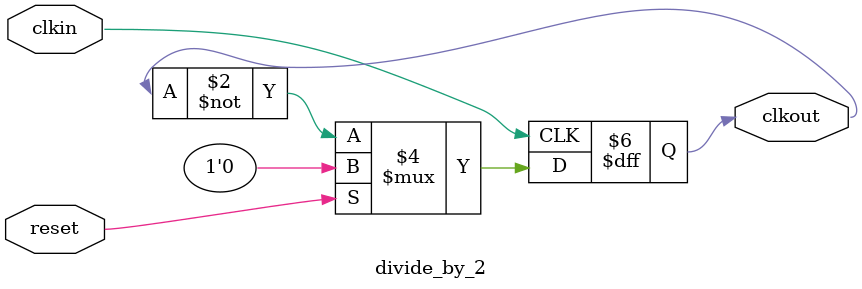
<source format=v>
`timescale 1ns/1ps  

module divide_by_2(clkin,reset,clkout);

input clkin,reset;
output reg clkout;

always @(posedge clkin ) 
    begin
        if(reset)
            clkout <= 0;
        else
            clkout <= ~clkout;
    end

endmodule



</source>
